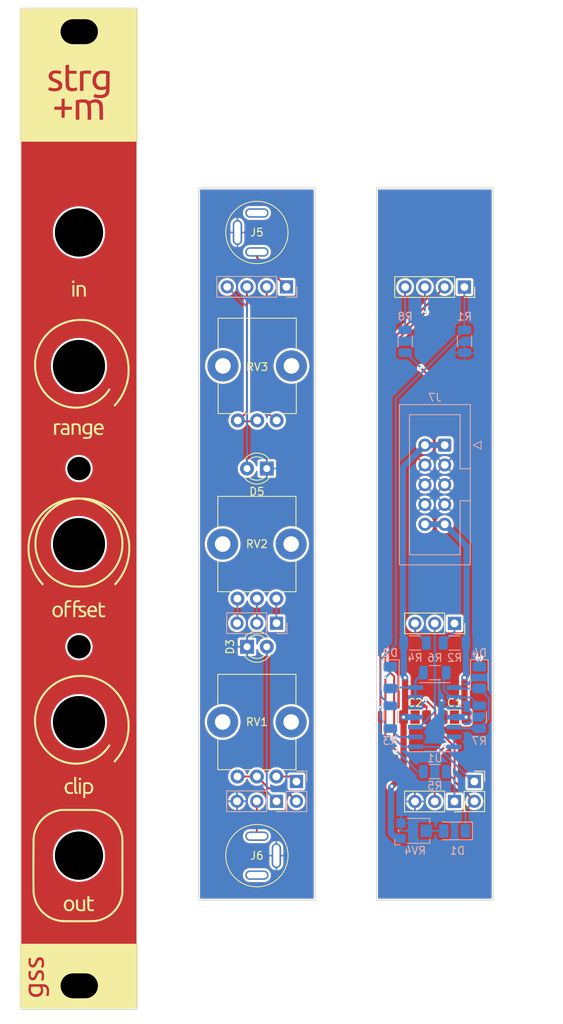
<source format=kicad_pcb>
(kicad_pcb (version 20211014) (generator pcbnew)
  (layers (0 "F.Cu" signal) (31 "B.Cu" signal) (34 "B.Paste" user) (35 "F.Paste" user) (36 "B.SilkS" user "B.Silkscreen") (37 "F.SilkS" user "F.Silkscreen") (38 "B.Mask" user) (39 "F.Mask" user) (44 "Edge.Cuts" user))
  (net 0 "")
  (net 1 "GND")
  (net 2 "+12V")
  (net 3 "-12V")
  (net 4 "/ctrl+m main pcb/clip_right")
  (net 5 "Net-(D1-Pad2)")
  (net 6 "Net-(D2-Pad1)")
  (net 7 "Net-(D2-Pad2)")
  (net 8 "Net-(D4-Pad1)")
  (net 9 "Net-(D4-Pad2)")
  (net 10 "/ctrl+m interface/range_left")
  (net 11 "/ctrl+m interface/range_right")
  (net 12 "/ctrl+m interface/offset_left")
  (net 13 "/ctrl+m interface/offset_middle")
  (net 14 "/ctrl+m interface/offset_right")
  (net 15 "/ctrl+m interface/cv_in")
  (net 16 "/ctrl+m interface/cv_out")
  (net 17 "/ctrl+m interface/0V")
  (net 18 "/ctrl+m interface/clip_left")
  (net 19 "/ctrl+m interface/clip_right")
  (net 20 "/ctrl+m main pcb/range_left")
  (net 21 "/ctrl+m main pcb/clip_left")
  (net 22 "/ctrl+m main pcb/offset_left")
  (net 23 "/ctrl+m main pcb/offset_middle")
  (net 24 "/ctrl+m main pcb/offset_right")
  (net 25 "/ctrl+m main pcb/cv_in")
  (net 26 "/ctrl+m main pcb/cv_out")
  (net 27 "Net-(R6-Pad2)")
  (net 28 "/ctrl+m interface/neg_halfwave")
  (net 29 "/ctrl+m interface/pos_halfwave")
  (net 30 "/ctrl+m main pcb/pos_halfwave")
  (net 31 "/ctrl+m main pcb/neg_halfwave")
  (footprint "frontpanel:strg+m" (layer "F.Cu") (at -22.867 -61.722)
    (fp_text reference "G***" hide)
    (fp_text value "LOGO" hide)
  )
  (footprint "OS_Drill_Holes:LED_3mm_Drill_Hole_Panel" (layer "F.Cu") (at -22.86 -45.72)
    (fp_text reference "REF**" hide)
    (fp_text value "LED_3mm_Drill_Hole_Panel")
    (pad "" np_thru_hole circle (at 0 1.755) (size 3 3) (drill 3) (layers *.Mask))
  )
  (footprint "OS_Drill_Holes:LED_3mm_Drill_Hole_Panel" (layer "F.Cu") (at -22.86 -68.58)
    (fp_text reference "REF**" hide)
    (fp_text value "LED_3mm_Drill_Hole_Panel")
    (pad "" np_thru_hole circle (at 0 1.735) (size 3 3) (drill 3) (layers *.Mask))
  )
  (footprint "OS_Drill_Holes:RK097_Drill_Hole_Panel" (layer "F.Cu") (at -22.86 -57.15)
    (fp_text reference "REF**" hide)
    (fp_text value "RK097_Drill_Hole_Panel")
    (pad "" np_thru_hole circle (at 0 0) (size 6.7 6.7) (drill 6.7) (layers *.Mask))
  )
  (footprint "OS_Front_Panels:3HP_Front_Panel" (layer "F.Cu") (at -30.3276 -125.9332)
    (fp_text reference "REF**" hide)
    (fp_text value "3HP_Front_Panel")
    (fp_rect (start 0 0) (end 14.9 128.5) (layer "Edge.Cuts") (width 0.12) (fill none))
    (pad "" np_thru_hole oval (at 7.5 125.5) (size 4.8 3.2) (drill oval 4.8 3.2) (layers *.Mask))
    (pad "" np_thru_hole oval (at 7.5 3) (size 4.8 3.2) (drill oval 4.8 3.2) (layers *.Mask))
  )
  (footprint "LED_THT:LED_D3.0mm" (layer "F.Cu") (at 1.27 -66.845 180)
    (fp_text reference "D5" (at 1.27 -2.96) (layer "F.SilkS"))
    (fp_text value "LED")
    (pad "1" thru_hole rect (at 0 0 180) (size 1.8 1.8) (drill 0.9) (layers *.Cu *.Mask) (net 17 "/ctrl+m interface/0V"))
    (pad "2" thru_hole circle (at 2.54 0 180) (size 1.8 1.8) (drill 0.9) (layers *.Cu *.Mask) (net 29 "/ctrl+m interface/pos_halfwave"))
  )
  (footprint "component-library:PJ-392" (layer "F.Cu") (at 0 -17.145 -90)
    (fp_text reference "J6" (at 0 0 unlocked) (layer "F.SilkS"))
    (fp_text value "AudioJack2")
    (pad "R" thru_hole oval (at 2.5 0 270) (size 1.2 3) (drill oval 0.8 2.6) (layers *.Cu *.Mask))
    (pad "S" thru_hole oval (at 0 -2.5 270) (size 3.2 1.2) (drill oval 2.8 0.8) (layers *.Cu *.Mask) (net 17 "/ctrl+m interface/0V"))
    (pad "T" thru_hole oval (at -2.5 0 270) (size 1.2 3) (drill oval 0.8 2.6) (layers *.Cu *.Mask) (net 16 "/ctrl+m interface/cv_out"))
  )
  (footprint "Connector_PinSocket_2.54mm:PinSocket_1x04_P2.54mm_Vertical" (layer "F.Cu") (at 26.66 -90.145 -90)
    (fp_text reference "J8" hide)
    (fp_text value "Conn_01x04_Male")
    (pad "1" thru_hole rect (at 0 0 270) (size 1.7 1.7) (drill 1) (layers *.Cu *.Mask) (net 25 "/ctrl+m main pcb/cv_in"))
    (pad "2" thru_hole oval (at 0 2.54 270) (size 1.7 1.7) (drill 1) (layers *.Cu *.Mask) (net 20 "/ctrl+m main pcb/range_left"))
    (pad "3" thru_hole oval (at 0 5.08 270) (size 1.7 1.7) (drill 1) (layers *.Cu *.Mask) (net 21 "/ctrl+m main pcb/clip_left"))
    (pad "4" thru_hole oval (at 0 7.62 270) (size 1.7 1.7) (drill 1) (layers *.Cu *.Mask) (net 30 "/ctrl+m main pcb/pos_halfwave"))
  )
  (footprint "OS_Drill_Holes:PJ392_Drill_Hole_Panel" (layer "F.Cu") (at -22.86 -17.145)
    (fp_text reference "REF**" hide)
    (fp_text value "PJ392_Drill_Hole_Panel")
    (pad "" np_thru_hole circle (at 0 0) (size 6.2 6.2) (drill 6.2) (layers *.Mask))
  )
  (footprint "Potentiometer_THT:Potentiometer_Alps_RK09K_Single_Vertical" (layer "F.Cu") (at 2.54 -73.025 90)
    (fp_text reference "RV3" (at 6.858 -2.5 180) (layer "F.SilkS"))
    (fp_text value "100k")
    (pad "" np_thru_hole circle (at 7 1.9 90) (size 4 4) (drill 2) (layers *.Cu *.Mask))
    (pad "" np_thru_hole circle (at 7 -6.9 90) (size 4 4) (drill 2) (layers *.Cu *.Mask))
    (pad "1" thru_hole circle (at 0 0 90) (size 1.8 1.8) (drill 1) (layers *.Cu *.Mask) (net 10 "/ctrl+m interface/range_left"))
    (pad "2" thru_hole circle (at 0 -2.5 90) (size 1.8 1.8) (drill 1) (layers *.Cu *.Mask) (net 11 "/ctrl+m interface/range_right"))
    (pad "3" thru_hole circle (at 0 -5 90) (size 1.8 1.8) (drill 1) (layers *.Cu *.Mask) (net 11 "/ctrl+m interface/range_right"))
  )
  (footprint "Capacitor_SMD:C_1206_3216Metric" (layer "F.Cu") (at 20.32 -34.925)
    (fp_text reference "C2" (at 0 -1.85) (layer "F.SilkS"))
    (fp_text value "100n")
    (pad "1" smd roundrect (at -1.475 0) (size 1.15 1.8) (layers "F.Cu" "F.Paste" "F.Mask") (roundrect_rratio 0.217391) (net 3 "-12V"))
    (pad "2" smd roundrect (at 1.475 0) (size 1.15 1.8) (layers "F.Cu" "F.Paste" "F.Mask") (roundrect_rratio 0.217391) (net 1 "GND"))
  )
  (footprint "Potentiometer_THT:Potentiometer_Alps_RK09K_Single_Vertical" (layer "F.Cu") (at 2.5 -50.15 90)
    (fp_text reference "RV2" (at 7 -2.5 180) (layer "F.SilkS"))
    (fp_text value "100k")
    (pad "" np_thru_hole circle (at 7 -6.9 90) (size 4 4) (drill 2) (layers *.Cu *.Mask))
    (pad "" np_thru_hole circle (at 7 1.9 90) (size 4 4) (drill 2) (layers *.Cu *.Mask))
    (pad "1" thru_hole circle (at 0 0 90) (size 1.8 1.8) (drill 1) (layers *.Cu *.Mask) (net 12 "/ctrl+m interface/offset_left"))
    (pad "2" thru_hole circle (at 0 -2.5 90) (size 1.8 1.8) (drill 1) (layers *.Cu *.Mask) (net 13 "/ctrl+m interface/offset_middle"))
    (pad "3" thru_hole circle (at 0 -5 90) (size 1.8 1.8) (drill 1) (layers *.Cu *.Mask) (net 14 "/ctrl+m interface/offset_right"))
  )
  (footprint "Potentiometer_THT:Potentiometer_Alps_RK09K_Single_Vertical" (layer "F.Cu") (at 2.5 -27.305 90)
    (fp_text reference "RV1" (at 7 -2.5) (layer "F.SilkS"))
    (fp_text value "100k")
    (pad "" np_thru_hole circle (at 7 -6.9 90) (size 4 4) (drill 2) (layers *.Cu *.Mask))
    (pad "" np_thru_hole circle (at 7 1.9 90) (size 4 4) (drill 2) (layers *.Cu *.Mask))
    (pad "1" thru_hole circle (at 0 0 90) (size 1.8 1.8) (drill 1) (layers *.Cu *.Mask) (net 18 "/ctrl+m interface/clip_left"))
    (pad "2" thru_hole circle (at 0 -2.5 90) (size 1.8 1.8) (drill 1) (layers *.Cu *.Mask) (net 19 "/ctrl+m interface/clip_right"))
    (pad "3" thru_hole circle (at 0 -5 90) (size 1.8 1.8) (drill 1) (layers *.Cu *.Mask) (net 19 "/ctrl+m interface/clip_right"))
  )
  (footprint "Connector_PinSocket_2.54mm:PinSocket_1x02_P2.54mm_Vertical" (layer "F.Cu") (at 27.94 -26.67)
    (fp_text reference "J11" hide)
    (fp_text value "Conn_01x02_Male")
    (pad "1" thru_hole rect (at 0 0) (size 1.7 1.7) (drill 1) (layers *.Cu *.Mask) (net 21 "/ctrl+m main pcb/clip_left"))
    (pad "2" thru_hole oval (at 0 2.54) (size 1.7 1.7) (drill 1) (layers *.Cu *.Mask) (net 4 "/ctrl+m main pcb/clip_right"))
  )
  (footprint "component-library:PJ-392" (layer "F.Cu") (at 0 -97.155 90)
    (fp_text reference "J5" (at 0 0 unlocked) (layer "F.SilkS"))
    (fp_text value "AudioJack2")
    (pad "R" thru_hole oval (at 2.5 0 90) (size 1.2 3) (drill oval 0.8 2.6) (layers *.Cu *.Mask))
    (pad "S" thru_hole oval (at 0 -2.5 90) (size 3.2 1.2) (drill oval 2.8 0.8) (layers *.Cu *.Mask) (net 17 "/ctrl+m interface/0V"))
    (pad "T" thru_hole oval (at -2.5 0 90) (size 1.2 3) (drill oval 0.8 2.6) (layers *.Cu *.Mask) (net 15 "/ctrl+m interface/cv_in"))
  )
  (footprint "OS_Drill_Holes:RK097_Drill_Hole_Panel" (layer "F.Cu") (at -22.86 -34.29)
    (fp_text reference "REF**" hide)
    (fp_text value "RK097_Drill_Hole_Panel")
    (pad "" np_thru_hole circle (at 0 0) (size 6.7 6.7) (drill 6.7) (layers *.Mask))
  )
  (footprint "OS_Drill_Holes:PJ392_Drill_Hole_Panel" (layer "F.Cu") (at -22.86 -97.155)
    (fp_text reference "REF**" hide)
    (fp_text value "PJ392_Drill_Hole_Panel")
    (pad "" np_thru_hole circle (at 0 0) (size 6.2 6.2) (drill 6.2) (layers *.Mask))
  )
  (footprint "Capacitor_SMD:C_1206_3216Metric" (layer "F.Cu") (at 25.4 -34.925)
    (fp_text reference "C1" (at 0 -1.85) (layer "F.SilkS"))
    (fp_text value "100n")
    (pad "1" smd roundrect (at -1.475 0) (size 1.15 1.8) (layers "F.Cu" "F.Paste" "F.Mask") (roundrect_rratio 0.217391) (net 1 "GND"))
    (pad "2" smd roundrect (at 1.475 0) (size 1.15 1.8) (layers "F.Cu" "F.Paste" "F.Mask") (roundrect_rratio 0.217391) (net 2 "+12V"))
  )
  (footprint "LED_THT:LED_D3.0mm" (layer "F.Cu") (at -1.27 -43.965)
    (fp_text reference "D3" (at -2.1794 0.0052 90) (layer "F.SilkS"))
    (fp_text value "LED")
    (pad "1" thru_hole rect (at 0 0) (size 1.8 1.8) (drill 0.9) (layers *.Cu *.Mask) (net 17 "/ctrl+m interface/0V"))
    (pad "2" thru_hole circle (at 2.54 0) (size 1.8 1.8) (drill 0.9) (layers *.Cu *.Mask) (net 28 "/ctrl+m interface/neg_halfwave"))
  )
  (footprint "OS_Drill_Holes:RK097_Drill_Hole_Panel" (layer "F.Cu") (at -22.86 -80.01)
    (fp_text reference "REF**" hide)
    (fp_text value "RK097_Drill_Hole_Panel")
    (pad "" np_thru_hole circle (at 0 0) (size 6.7 6.7) (drill 6.7) (layers *.Mask))
  )
  (footprint "Connector_PinSocket_2.54mm:PinSocket_1x03_P2.54mm_Vertical" (layer "F.Cu") (at 25.385 -24.105 -90)
    (fp_text reference "J10" hide)
    (fp_text value "Conn_01x03_Male")
    (pad "1" thru_hole rect (at 0 0 270) (size 1.7 1.7) (drill 1) (layers *.Cu *.Mask) (net 31 "/ctrl+m main pcb/neg_halfwave"))
    (pad "2" thru_hole oval (at 0 2.54 270) (size 1.7 1.7) (drill 1) (layers *.Cu *.Mask) (net 26 "/ctrl+m main pcb/cv_out"))
    (pad "3" thru_hole oval (at 0 5.08 270) (size 1.7 1.7) (drill 1) (layers *.Cu *.Mask) (net 1 "GND"))
  )
  (footprint "Connector_PinSocket_2.54mm:PinSocket_1x03_P2.54mm_Vertical" (layer "F.Cu") (at 25.385 -46.965 -90)
    (fp_text reference "J9" hide)
    (fp_text value "Conn_01x03_Male")
    (pad "1" thru_hole rect (at 0 0 270) (size 1.7 1.7) (drill 1) (layers *.Cu *.Mask) (net 22 "/ctrl+m main pcb/offset_left"))
    (pad "2" thru_hole oval (at 0 2.54 270) (size 1.7 1.7) (drill 1) (layers *.Cu *.Mask) (net 23 "/ctrl+m main pcb/offset_middle"))
    (pad "3" thru_hole oval (at 0 5.08 270) (size 1.7 1.7) (drill 1) (layers *.Cu *.Mask) (net 24 "/ctrl+m main pcb/offset_right"))
  )
  (footprint "Resistor_SMD:R_1206_3216Metric" (layer "B.Cu") (at 25.4 -44.45 180)
    (fp_text reference "R2" (at 0 -1.905) (layer "B.SilkS") (effects (justify mirror)))
    (fp_text value "68k")
    (pad "1" smd roundrect (at -1.4625 0 180) (size 1.125 1.75) (layers "B.Cu" "B.Paste" "B.Mask") (roundrect_rratio 0.222222) (net 2 "+12V"))
    (pad "2" smd roundrect (at 1.4625 0 180) (size 1.125 1.75) (layers "B.Cu" "B.Paste" "B.Mask") (roundrect_rratio 0.222222) (net 22 "/ctrl+m main pcb/offset_left"))
  )
  (footprint "Diode_SMD:D_1206_3216Metric" (layer "B.Cu") (at 17.145 -40.005 -90)
    (fp_text reference "D2" (at -3.175 0 180) (layer "B.SilkS") (effects (justify mirror)))
    (fp_text value "1N4148")
    (pad "1" smd roundrect (at -1.4 0 270) (size 1.25 1.75) (layers "B.Cu" "B.Paste" "B.Mask") (roundrect_rratio 0.2) (net 6 "Net-(D2-Pad1)"))
    (pad "2" smd roundrect (at 1.4 0 270) (size 1.25 1.75) (layers "B.Cu" "B.Paste" "B.Mask") (roundrect_rratio 0.2) (net 7 "Net-(D2-Pad2)"))
  )
  (footprint "Diode_SMD:D_1206_3216Metric" (layer "B.Cu") (at 28.575 -40.005 -90)
    (fp_text reference "D4" (at -3.175 0 180) (layer "B.SilkS") (effects (justify mirror)))
    (fp_text value "1N4148")
    (pad "1" smd roundrect (at -1.4 0 270) (size 1.25 1.75) (layers "B.Cu" "B.Paste" "B.Mask") (roundrect_rratio 0.2) (net 8 "Net-(D4-Pad1)"))
    (pad "2" smd roundrect (at 1.4 0 270) (size 1.25 1.75) (layers "B.Cu" "B.Paste" "B.Mask") (roundrect_rratio 0.2) (net 9 "Net-(D4-Pad2)"))
  )
  (footprint "Resistor_SMD:R_1206_3216Metric" (layer "B.Cu") (at 22.86 -27.94)
    (fp_text reference "R5" (at 0 1.82) (layer "B.SilkS") (effects (justify mirror)))
    (fp_text value "10k")
    (pad "1" smd roundrect (at -1.4625 0) (size 1.125 1.75) (layers "B.Cu" "B.Paste" "B.Mask") (roundrect_rratio 0.222222) (net 6 "Net-(D2-Pad1)"))
    (pad "2" smd roundrect (at 1.4625 0) (size 1.125 1.75) (layers "B.Cu" "B.Paste" "B.Mask") (roundrect_rratio 0.222222) (net 31 "/ctrl+m main pcb/neg_halfwave"))
  )
  (footprint "Connector_PinHeader_2.54mm:PinHeader_1x04_P2.54mm_Vertical" (layer "B.Cu") (at 3.8 -90.17 90)
    (fp_text reference "J1" hide)
    (fp_text value "Conn_01x04_Female")
    (pad "1" thru_hole rect (at 0 0 90) (size 1.7 1.7) (drill 1) (layers *.Cu *.Mask) (net 15 "/ctrl+m interface/cv_in"))
    (pad "2" thru_hole oval (at 0 -2.54 90) (size 1.7 1.7) (drill 1) (layers *.Cu *.Mask) (net 10 "/ctrl+m interface/range_left"))
    (pad "3" thru_hole oval (at 0 -5.08 90) (size 1.7 1.7) (drill 1) (layers *.Cu *.Mask) (net 11 "/ctrl+m interface/range_right"))
    (pad "4" thru_hole oval (at 0 -7.62 90) (size 1.7 1.7) (drill 1) (layers *.Cu *.Mask) (net 29 "/ctrl+m interface/pos_halfwave"))
  )
  (footprint "Connector_IDC:IDC-Header_2x05_P2.54mm_Vertical" (layer "B.Cu") (at 24.13 -69.85 180)
    (fp_text reference "J7" (at 1.27 6.1) (layer "B.SilkS") (effects (justify mirror)))
    (fp_text value "Conn_02x05_Odd_Even")
    (pad "1" thru_hole roundrect (at 0 0 180) (size 1.7 1.7) (drill 1) (layers *.Cu *.Mask) (roundrect_rratio 0.147059) (net 3 "-12V"))
    (pad "2" thru_hole circle (at 2.54 0 180) (size 1.7 1.7) (drill 1) (layers *.Cu *.Mask) (net 3 "-12V"))
    (pad "3" thru_hole circle (at 0 -2.54 180) (size 1.7 1.7) (drill 1) (layers *.Cu *.Mask) (net 1 "GND"))
    (pad "4" thru_hole circle (at 2.54 -2.54 180) (size 1.7 1.7) (drill 1) (layers *.Cu *.Mask) (net 1 "GND"))
    (pad "5" thru_hole circle (at 0 -5.08 180) (size 1.7 1.7) (drill 1) (layers *.Cu *.Mask) (net 1 "GND"))
    (pad "6" thru_hole circle (at 2.54 -5.08 180) (size 1.7 1.7) (drill 1) (layers *.Cu *.Mask) (net 1 "GND"))
    (pad "7" thru_hole circle (at 0 -7.62 180) (size 1.7 1.7) (drill 1) (layers *.Cu *.Mask) (net 1 "GND"))
    (pad "8" thru_hole circle (at 2.54 -7.62 180) (size 1.7 1.7) (drill 1) (layers *.Cu *.Mask) (net 1 "GND"))
    (pad "9" thru_hole circle (at 0 -10.16 180) (size 1.7 1.7) (drill 1) (layers *.Cu *.Mask) (net 2 "+12V"))
    (pad "10" thru_hole circle (at 2.54 -10.16 180) (size 1.7 1.7) (drill 1) (layers *.Cu *.Mask) (net 2 "+12V"))
  )
  (footprint "Diode_SMD:D_1206_3216Metric" (layer "B.Cu") (at 25.4 -20.32 180)
    (fp_text reference "D1" (at -0.3425 -2.54) (layer "B.SilkS") (effects (justify mirror)))
    (fp_text value "12V")
    (pad "1" smd roundrect (at -1.4 0 180) (size 1.25 1.75) (layers "B.Cu" "B.Paste" "B.Mask") (roundrect_rratio 0.2) (net 4 "/ctrl+m main pcb/clip_right"))
    (pad "2" smd roundrect (at 1.4 0 180) (size 1.25 1.75) (layers "B.Cu" "B.Paste" "B.Mask") (roundrect_rratio 0.2) (net 5 "Net-(D1-Pad2)"))
  )
  (footprint "Potentiometer_SMD:Potentiometer_Bourns_TC33X_Vertical" (layer "B.Cu") (at 20.32 -20.33226)
    (fp_text reference "RV4" (at 0 2.55226 180) (layer "B.SilkS") (effects (justify mirror)))
    (fp_text value "10k")
    (pad "1" smd rect (at -1.8 1) (size 1.2 1.2) (layers "B.Cu" "B.Paste" "B.Mask") (net 3 "-12V"))
    (pad "2" smd rect (at 1.45 0) (size 1.5 1.6) (layers "B.Cu" "B.Paste" "B.Mask") (net 5 "Net-(D1-Pad2)"))
    (pad "3" smd rect (at -1.8 -1) (size 1.2 1.2) (layers "B.Cu" "B.Paste" "B.Mask") (net 1 "GND"))
  )
  (footprint "Connector_PinHeader_2.54mm:PinHeader_1x02_P2.54mm_Vertical" (layer "B.Cu") (at 5.08 -26.67 180)
    (fp_text reference "J4" hide)
    (fp_text value "Conn_01x02_Female")
    (pad "1" thru_hole rect (at 0 0 180) (size 1.7 1.7) (drill 1) (layers *.Cu *.Mask) (net 18 "/ctrl+m interface/clip_left"))
    (pad "2" thru_hole oval (at 0 -2.54 180) (size 1.7 1.7) (drill 1) (layers *.Cu *.Mask) (net 19 "/ctrl+m interface/clip_right"))
  )
  (footprint "Resistor_SMD:R_1206_3216Metric" (layer "B.Cu") (at 26.67 -83.185 -90)
    (fp_text reference "R1" (at -3.175 0 180) (layer "B.SilkS") (effects (justify mirror)))
    (fp_text value "1Meg")
    (pad "1" smd roundrect (at -1.4625 0 270) (size 1.125 1.75) (layers "B.Cu" "B.Paste" "B.Mask") (roundrect_rratio 0.222222) (net 25 "/ctrl+m main pcb/cv_in"))
    (pad "2" smd roundrect (at 1.4625 0 270) (size 1.125 1.75) (layers "B.Cu" "B.Paste" "B.Mask") (roundrect_rratio 0.222222) (net 1 "GND"))
  )
  (footprint "Resistor_SMD:R_1206_3216Metric" (layer "B.Cu") (at 22.86 -40.64)
    (fp_text reference "R6" (at 0 -1.905) (layer "B.SilkS") (effects (justify mirror)))
    (fp_text value "47k")
    (pad "1" smd roundrect (at -1.4625 0) (size 1.125 1.75) (layers "B.Cu" "B.Paste" "B.Mask") (roundrect_rratio 0.222222) (net 7 "Net-(D2-Pad2)"))
    (pad "2" smd roundrect (at 1.4625 0) (size 1.125 1.75) (layers "B.Cu" "B.Paste" "B.Mask") (roundrect_rratio 0.222222) (net 27 "Net-(R6-Pad2)"))
  )
  (footprint "Connector_PinHeader_2.54mm:PinHeader_1x03_P2.54mm_Vertical" (layer "B.Cu") (at 2.525 -24.13 90)
    (fp_text reference "J3" hide)
    (fp_text value "Conn_01x03_Female")
    (pad "1" thru_hole rect (at 0 0 90) (size 1.7 1.7) (drill 1) (layers *.Cu *.Mask) (net 28 "/ctrl+m interface/neg_halfwave"))
    (pad "2" thru_hole oval (at 0 -2.54 90) (size 1.7 1.7) (drill 1) (layers *.Cu *.Mask) (net 16 "/ctrl+m interface/cv_out"))
    (pad "3" thru_hole oval (at 0 -5.08 90) (size 1.7 1.7) (drill 1) (layers *.Cu *.Mask) (net 17 "/ctrl+m interface/0V"))
  )
  (footprint "Resistor_SMD:R_1206_3216Metric" (layer "B.Cu") (at 19.05 -83.185 90)
    (fp_text reference "R8" (at 3.175 0 180) (layer "B.SilkS") (effects (justify mirror)))
    (fp_text value "10k")
    (pad "1" smd roundrect (at -1.4625 0 90) (size 1.125 1.75) (layers "B.Cu" "B.Paste" "B.Mask") (roundrect_rratio 0.222222) (net 8 "Net-(D4-Pad1)"))
    (pad "2" smd roundrect (at 1.4625 0 90) (size 1.125 1.75) (layers "B.Cu" "B.Paste" "B.Mask") (roundrect_rratio 0.222222) (net 30 "/ctrl+m main pcb/pos_halfwave"))
  )
  (footprint "Package_SO:SOIC-14_3.9x8.7mm_P1.27mm" (layer "B.Cu") (at 22.86 -34.925)
    (fp_text reference "U1" (at 0 5.28) (layer "B.SilkS") (effects (justify mirror)))
    (fp_text value "LM324")
    (pad "1" smd roundrect (at -2.475 3.81) (size 1.95 0.6) (layers "B.Cu" "B.Paste" "B.Mask") (net 21 "/ctrl+m main pcb/clip_left"))
    (pad "2" smd roundrect (at -2.475 2.54) (size 1.95 0.6) (layers "B.Cu" "B.Paste" "B.Mask") (net 20 "/ctrl+m main pcb/range_left"))
    (pad "3" smd roundrect (at -2.475 1.27) (size 1.95 0.6) (layers "B.Cu" "B.Paste" "B.Mask") (net 23 "/ctrl+m main pcb/offset_middle"))
    (pad "4" smd roundrect (at -2.475 0) (size 1.95 0.6) (layers "B.Cu" "B.Paste" "B.Mask") (net 3 "-12V"))
    (pad "5" smd roundrect (at -2.475 -1.27) (size 1.95 0.6) (layers "B.Cu" "B.Paste" "B.Mask") (net 4 "/ctrl+m main pcb/clip_right"))
    (pad "6" smd roundrect (at -2.475 -2.54) (size 1.95 0.6) (layers "B.Cu" "B.Paste" "B.Mask") (net 7 "Net-(D2-Pad2)"))
    (pad "7" smd roundrect (at -2.475 -3.81) (size 1.95 0.6) (layers "B.Cu" "B.Paste" "B.Mask") (net 7 "Net-(D2-Pad2)"))
    (pad "8" smd roundrect (at 2.475 -3.81) (size 1.95 0.6) (layers "B.Cu" "B.Paste" "B.Mask") (net 9 "Net-(D4-Pad2)"))
    (pad "9" smd roundrect (at 2.475 -2.54) (size 1.95 0.6) (layers "B.Cu" "B.Paste" "B.Mask") (net 27 "Net-(R6-Pad2)"))
    (pad "10" smd roundrect (at 2.475 -1.27) (size 1.95 0.6) (layers "B.Cu" "B.Paste" "B.Mask") (net 1 "GND"))
    (pad "11" smd roundrect (at 2.475 0) (size 1.95 0.6) (layers "B.Cu" "B.Paste" "B.Mask") (net 2 "+12V"))
    (pad "12" smd roundrect (at 2.475 1.27) (size 1.95 0.6) (layers "B.Cu" "B.Paste" "B.Mask") (net 9 "Net-(D4-Pad2)"))
    (pad "13" smd roundrect (at 2.475 2.54) (size 1.95 0.6) (layers "B.Cu" "B.Paste" "B.Mask") (net 26 "/ctrl+m main pcb/cv_out"))
    (pad "14" smd roundrect (at 2.475 3.81) (size 1.95 0.6) (layers "B.Cu" "B.Paste" "B.Mask") (net 26 "/ctrl+m main pcb/cv_out"))
  )
  (footprint "Resistor_SMD:R_1206_3216Metric" (layer "B.Cu") (at 17.145 -34.925 -90)
    (fp_text reference "R3" (at 3.048 0 180) (layer "B.SilkS") (effects (justify mirror)))
    (fp_text value "47k")
    (pad "1" smd roundrect (at -1.4625 0 270) (size 1.125 1.75) (layers "B.Cu" "B.Paste" "B.Mask") (roundrect_rratio 0.222222) (net 25 "/ctrl+m main pcb/cv_in"))
    (pad "2" smd roundrect (at 1.4625 0 270) (size 1.125 1.75) (layers "B.Cu" "B.Paste" "B.Mask") (roundrect_rratio 0.222222) (net 20 "/ctrl+m main pcb/range_left"))
  )
  (footprint "Connector_PinHeader_2.54mm:PinHeader_1x03_P2.54mm_Vertical" (layer "B.Cu") (at 2.525 -46.99 90)
    (fp_text reference "J2" hide)
    (fp_text value "Conn_01x03_Female")
    (pad "1" thru_hole rect (at 0 0 90) (size 1.7 1.7) (drill 1) (layers *.Cu *.Mask) (net 12 "/ctrl+m interface/offset_left"))
    (pad "2" thru_hole oval (at 0 -2.54 90) (size 1.7 1.7) (drill 1) (layers *.Cu *.Mask) (net 13 "/ctrl+m interface/offset_middle"))
    (pad "3" thru_hole oval (at 0 -5.08 90) (size 1.7 1.7) (drill 1) (layers *.Cu *.Mask) (net 14 "/ctrl+m interface/offset_right"))
  )
  (footprint "Resistor_SMD:R_1206_3216Metric" (layer "B.Cu") (at 28.575 -34.925 -90)
    (fp_text reference "R7" (at 3.048 0 180) (layer "B.SilkS") (effects (justify mirror)))
    (fp_text value "47k")
    (pad "1" smd roundrect (at -1.4625 0 270) (size 1.125 1.75) (layers "B.Cu" "B.Paste" "B.Mask") (roundrect_rratio 0.222222) (net 27 "Net-(R6-Pad2)"))
    (pad "2" smd roundrect (at 1.4625 0 270) (size 1.125 1.75) (layers "B.Cu" "B.Paste" "B.Mask") (roundrect_rratio 0.222222) (net 9 "Net-(D4-Pad2)"))
  )
  (footprint "Resistor_SMD:R_1206_3216Metric" (layer "B.Cu") (at 20.32 -44.45 180)
    (fp_text reference "R4" (at 0 -1.905) (layer "B.SilkS") (effects (justify mirror)))
    (fp_text value "68k")
    (pad "1" smd roundrect (at -1.4625 0 180) (size 1.125 1.75) (layers "B.Cu" "B.Paste" "B.Mask") (roundrect_rratio 0.222222) (net 24 "/ctrl+m main pcb/offset_right"))
    (pad "2" smd roundrect (at 1.4625 0 180) (size 1.125 1.75) (layers "B.Cu" "B.Paste" "B.Mask") (roundrect_rratio 0.222222) (net 3 "-12V"))
  )
  (gr_line (start 30.36 -102.87) (end 15.36 -102.87) (layer "Edge.Cuts") (width 0.1))
  (gr_line (start -7.5 -102.87) (end -7.5 -11.43) (layer "Edge.Cuts") (width 0.1))
  (gr_line (start 15.36 -11.43) (end 30.36 -11.43) (layer "Edge.Cuts") (width 0.1))
  (gr_line (start 7.5 -102.87) (end -7.5 -102.87) (layer "Edge.Cuts") (width 0.1))
  (gr_line (start 30.36 -11.43) (end 30.36 -102.87) (layer "Edge.Cuts") (width 0.1))
  (gr_line (start 7.5 -11.43) (end 7.5 -102.87) (layer "Edge.Cuts") (width 0.1))
  (gr_line (start -7.5 -11.43) (end 7.5 -11.43) (layer "Edge.Cuts") (width 0.1))
  (gr_line (start 15.36 -102.87) (end 15.36 -11.43) (layer "Edge.Cuts") (width 0.1))
  (via (at 23.749 -37.084) (size 0.4) (drill 0.3) (layers "F.Cu" "B.Cu") (net 1))
  (segment (start 26.67 -40.005) (end 26.67 -35.13) (width 0.8) (layer "F.Cu") (net 2))
  (segment (start 26.67 -35.13) (end 26.875 -34.925) (width 0.8) (layer "F.Cu") (net 2))
  (via (at 26.67 -40.005) (size 0.8) (drill 0.4) (layers "F.Cu" "B.Cu") (net 2))
  (via (at 26.875 -34.925) (size 0.8) (drill 0.4) (layers "F.Cu" "B.Cu") (net 2))
  (segment (start 26.8625 -44.45) (end 26.8625 -40.1975) (width 0.8) (layer "B.Cu") (net 2))
  (segment (start 26.934511 -44.522011) (end 26.8625 -44.45) (width 0.8) (layer "B.Cu") (net 2))
  (segment (start 24.13 -59.69) (end 26.934511 -56.885489) (width 0.8) (layer "B.Cu") (net 2))
  (segment (start 26.8625 -40.1975) (end 26.67 -40.005) (width 0.8) (layer "B.Cu") (net 2))
  (segment (start 25.335 -34.925) (end 26.875 -34.925) (width 0.8) (layer "B.Cu") (net 2))
  (segment (start 21.59 -59.69) (end 24.13 -59.69) (width 0.8) (layer "B.Cu") (net 2))
  (segment (start 26.949511 -44.537011) (end 26.8625 -44.45) (width 0.8) (layer "B.Cu") (net 2))
  (segment (start 26.934511 -56.885489) (end 26.934511 -44.522011) (width 0.8) (layer "B.Cu") (net 2))
  (segment (start 18.845 -34.925) (end 18.845 -27.54548) (width 0.8) (layer "F.Cu") (net 3))
  (segment (start 19.05 -40.005) (end 19.05 -35.13) (width 0.8) (layer "F.Cu") (net 3))
  (segment (start 19.05 -35.13) (end 18.845 -34.925) (width 0.8) (layer "F.Cu") (net 3))
  (segment (start 18.845 -27.54548) (end 17.33452 -26.035) (width 0.8) (layer "F.Cu") (net 3))
  (via (at 17.33452 -26.035) (size 0.8) (drill 0.4) (layers "F.Cu" "B.Cu") (net 3))
  (via (at 19.05 -40.005) (size 0.8) (drill 0.4) (layers "F.Cu" "B.Cu") (net 3))
  (via (at 18.845 -34.925) (size 0.8) (drill 0.4) (layers "F.Cu" "B.Cu") (net 3))
  (segment (start 17.920978 -19.33226) (end 17.220489 -20.032749) (width 0.8) (layer "B.Cu") (net 3))
  (segment (start 18.755489 -44.552011) (end 18.755489 -67.015489) (width 0.8) (layer "B.Cu") (net 3))
  (segment (start 18.8575 -40.1975) (end 19.05 -40.005) (width 0.8) (layer "B.Cu") (net 3))
  (segment (start 18.8575 -44.45) (end 18.8575 -40.1975) (width 0.8) (layer "B.Cu") (net 3))
  (segment (start 20.385 -34.925) (end 18.845 -34.925) (width 0.8) (layer "B.Cu") (net 3))
  (segment (start 18.755489 -67.015489) (end 21.59 -69.85) (width 0.8) (layer "B.Cu") (net 3))
  (segment (start 18.52 -19.33226) (end 17.920978 -19.33226) (width 0.8) (layer "B.Cu") (net 3))
  (segment (start 17.220489 -25.920969) (end 17.33452 -26.035) (width 0.8) (layer "B.Cu") (net 3))
  (segment (start 17.220489 -20.032749) (end 17.220489 -25.920969) (width 0.8) (layer "B.Cu") (net 3))
  (segment (start 24.13 -69.85) (end 21.59 -69.85) (width 0.8) (layer "B.Cu") (net 3))
  (segment (start 18.8575 -44.45) (end 18.755489 -44.552011) (width 0.8) (layer "B.Cu") (net 3))
  (segment (start 25.4 -31.115) (end 25.4 -26.67) (width 0.25) (layer "F.Cu") (net 4))
  (segment (start 21.717673 -37.104716) (end 22.92548 -35.896909) (width 0.25) (layer "F.Cu") (net 4))
  (segment (start 22.92548 -33.58952) (end 25.4 -31.115) (width 0.25) (layer "F.Cu") (net 4))
  (segment (start 22.92548 -35.896909) (end 22.92548 -33.58952) (width 0.25) (layer "F.Cu") (net 4))
  (segment (start 25.4 -26.67) (end 27.94 -24.13) (width 0.25) (layer "F.Cu") (net 4))
  (via (at 21.717673 -37.104716) (size 0.4) (drill 0.3) (layers "F.Cu" "B.Cu") (net 4))
  (segment (start 20.385 -36.195) (end 20.807957 -36.195) (width 0.25) (layer "B.Cu") (net 4))
  (segment (start 26.8 -20.32) (end 26.8 -22.99) (width 0.25) (layer "B.Cu") (net 4))
  (segment (start 20.807957 -36.195) (end 21.717673 -37.104716) (width 0.25) (layer "B.Cu") (net 4))
  (segment (start 26.8 -22.99) (end 27.94 -24.13) (width 0.25) (layer "B.Cu") (net 4))
  (segment (start 21.77 -20.33226) (end 23.98774 -20.33226) (width 0.25) (layer "B.Cu") (net 5))
  (segment (start 23.98774 -20.33226) (end 24 -20.32) (width 0.25) (layer "B.Cu") (net 5))
  (segment (start 16.51 -32.0425) (end 17.9455 -30.607) (width 0.25) (layer "F.Cu") (net 6))
  (segment (start 16.51 -40.005) (end 16.51 -32.0425) (width 0.25) (layer "F.Cu") (net 6))
  (via (at 16.51 -40.005) (size 0.4) (drill 0.3) (layers "F.Cu" "B.Cu") (net 6))
  (via (at 17.9455 -30.607) (size 0.4) (drill 0.3) (layers "F.Cu" "B.Cu") (net 6))
  (segment (start 17.145 -40.64) (end 16.51 -40.005) (width 0.25) (layer "B.Cu") (net 6))
  (segment (start 17.145 -41.405) (end 17.145 -40.64) (width 0.25) (layer "B.Cu") (net 6))
  (segment (start 20.6125 -27.94) (end 21.3975 -27.94) (width 0.25) (layer "B.Cu") (net 6))
  (segment (start 17.9455 -30.607) (end 20.6125 -27.94) (width 0.25) (layer "B.Cu") (net 6))
  (segment (start 17.275 -38.735) (end 17.145 -38.605) (width 0.25) (layer "B.Cu") (net 7))
  (segment (start 20.385 -38.735) (end 20.385 -37.465) (width 0.25) (layer "B.Cu") (net 7))
  (segment (start 20.385 -38.735) (end 20.385 -39.6275) (width 0.25) (layer "B.Cu") (net 7))
  (segment (start 20.385 -38.735) (end 17.275 -38.735) (width 0.25) (layer "B.Cu") (net 7))
  (segment (start 20.385 -39.6275) (end 21.3975 -40.64) (width 0.25) (layer "B.Cu") (net 7))
  (segment (start 21.059372 -79.778628) (end 28.575 -72.263) (width 0.25) (layer "F.Cu") (net 8))
  (segment (start 28.575 -72.263) (end 28.575 -42.545) (width 0.25) (layer "F.Cu") (net 8))
  (via (at 21.059372 -79.778628) (size 0.4) (drill 0.3) (layers "F.Cu" "B.Cu") (net 8))
  (via (at 28.575 -42.545) (size 0.4) (drill 0.3) (layers "F.Cu" "B.Cu") (net 8))
  (segment (start 19.1155 -81.7225) (end 21.059372 -79.778628) (width 0.25) (layer "B.Cu") (net 8))
  (segment (start 19.05 -81.7225) (end 19.1155 -81.7225) (width 0.25) (layer "B.Cu") (net 8))
  (segment (start 28.575 -42.545) (end 28.575 -41.405) (width 0.25) (layer "B.Cu") (net 8))
  (segment (start 28.575 -33.4625) (end 29.77452 -34.66202) (width 0.25) (layer "B.Cu") (net 9))
  (segment (start 28.575 -33.4625) (end 25.5275 -33.4625) (width 0.25) (layer "B.Cu") (net 9))
  (segment (start 25.5275 -33.4625) (end 25.335 -33.655) (width 0.25) (layer "B.Cu") (net 9))
  (segment (start 25.465 -38.605) (end 25.335 -38.735) (width 0.25) (layer "B.Cu") (net 9))
  (segment (start 29.77452 -37.40548) (end 28.575 -38.605) (width 0.25) (layer "B.Cu") (net 9))
  (segment (start 28.575 -38.605) (end 25.465 -38.605) (width 0.25) (layer "B.Cu") (net 9))
  (segment (start 29.77452 -34.66202) (end 29.77452 -37.40548) (width 0.25) (layer "B.Cu") (net 9))
  (segment (start 1.26 -90.17) (end 1.26 -74.138) (width 0.25) (layer "F.Cu") (net 10))
  (segment (start 1.26 -74.138) (end 2.5 -72.898) (width 0.25) (layer "F.Cu") (net 10))
  (segment (start -1.28 -90.17) (end -1.28 -74.118) (width 0.25) (layer "F.Cu") (net 11))
  (segment (start 0 -72.898) (end -2.5 -72.898) (width 0.25) (layer "F.Cu") (net 11))
  (segment (start -1.28 -74.118) (end -2.5 -72.898) (width 0.25) (layer "F.Cu") (net 11))
  (segment (start 2.5 -47.015) (end 2.525 -46.99) (width 0.25) (layer "B.Cu") (net 12))
  (segment (start 2.5 -50.15) (end 2.5 -47.015) (width 0.25) (layer "B.Cu") (net 12))
  (segment (start 0 -47.005) (end -0.015 -46.99) (width 0.25) (layer "B.Cu") (net 13))
  (segment (start 0 -50.15) (end 0 -47.005) (width 0.25) (layer "B.Cu") (net 13))
  (segment (start -2.5 -47.045) (end -2.555 -46.99) (width 0.25) (layer "B.Cu") (net 14))
  (segment (start -2.5 -50.15) (end -2.5 -47.045) (width 0.25) (layer "B.Cu") (net 14))
  (segment (start 0 -93.97) (end 3.8 -90.17) (width 0.25) (layer "F.Cu") (net 15))
  (segment (start 0 -95.13) (end 0 -93.97) (width 0.25) (layer "F.Cu") (net 15))
  (segment (start -0.015 -19.185) (end 0 -19.17) (width 0.25) (layer "F.Cu") (net 16))
  (segment (start -0.015 -24.13) (end -0.015 -19.185) (width 0.25) (layer "F.Cu") (net 16))
  (segment (start 2.5 -27.305) (end 4.445 -27.305) (width 0.25) (layer "F.Cu") (net 18))
  (segment (start 4.445 -27.305) (end 5.08 -26.67) (width 0.25) (layer "F.Cu") (net 18))
  (segment (start 1.524 -25.781) (end 3.429 -25.781) (width 0.25) (layer "F.Cu") (net 19))
  (segment (start 3.429 -25.781) (end 5.08 -24.13) (width 0.25) (layer "F.Cu") (net 19))
  (segment (start 0 -27.305) (end 1.524 -25.781) (width 0.25) (layer "F.Cu") (net 19))
  (segment (start -2.5 -27.305) (end 0 -27.305) (width 0.25) (layer "F.Cu") (net 19))
  (segment (start 15.8705 -36.195) (end 15.8705 -81.8955) (width 0.25) (layer "F.Cu") (net 20))
  (segment (start 15.8705 -81.8955) (end 24.12 -90.145) (width 0.25) (layer "F.Cu") (net 20))
  (via (at 15.8705 -36.195) (size 0.4) (drill 0.3) (layers "F.Cu" "B.Cu") (net 20))
  (segment (start 17.145 -33.4625) (end 15.8705 -34.737) (width 0.25) (layer "B.Cu") (net 20))
  (segment (start 20.385 -32.385) (end 18.2225 -32.385) (width 0.25) (layer "B.Cu") (net 20))
  (segment (start 18.2225 -32.385) (end 17.145 -33.4625) (width 0.25) (layer "B.Cu") (net 20))
  (segment (start 15.8705 -34.737) (end 15.8705 -36.195) (width 0.25) (layer "B.Cu") (net 20))
  (segment (start 17.630372 -40.154628) (end 17.630372 -32.235372) (width 0.25) (layer "F.Cu") (net 21))
  (segment (start 16.51 -81.793244) (end 21.650878 -86.934122) (width 0.25) (layer "F.Cu") (net 21))
  (segment (start 16.51 -41.275) (end 16.51 -81.793244) (width 0.25) (layer "F.Cu") (net 21))
  (segment (start 16.51 -41.275) (end 17.630372 -40.154628) (width 0.25) (layer "F.Cu") (net 21))
  (via (at 21.650878 -86.934122) (size 0.4) (drill 0.3) (layers "F.Cu" "B.Cu") (net 21))
  (via (at 17.630372 -32.235372) (size 0.4) (drill 0.3) (layers "F.Cu" "B.Cu") (net 21))
  (segment (start 17.630372 -32.235372) (end 18.750744 -31.115) (width 0.25) (layer "B.Cu") (net 21))
  (segment (start 21.650878 -86.934122) (end 21.58 -87.005) (width 0.25) (layer "B.Cu") (net 21))
  (segment (start 23.241 -31.115) (end 27.686 -26.67) (width 0.25) (layer "B.Cu") (net 21))
  (segment (start 21.58 -87.005) (end 21.58 -90.145) (width 0.25) (layer "B.Cu") (net 21))
  (segment (start 20.385 -31.115) (end 23.241 -31.115) (width 0.25) (layer "B.Cu") (net 21))
  (segment (start 18.750744 -31.115) (end 20.385 -31.115) (width 0.25) (layer "B.Cu") (net 21))
  (segment (start 27.686 -26.67) (end 27.94 -26.67) (width 0.25) (layer "B.Cu") (net 21))
  (segment (start 25.4 -45.9125) (end 25.4 -46.95) (width 0.25) (layer "B.Cu") (net 22))
  (segment (start 25.4 -46.95) (end 25.385 -46.965) (width 0.25) (layer "B.Cu") (net 22))
  (segment (start 23.9375 -44.45) (end 25.4 -45.9125) (width 0.25) (layer "B.Cu") (net 22))
  (segment (start 20.902493 -33.655) (end 22.86 -35.612507) (width 0.25) (layer "B.Cu") (net 23))
  (segment (start 22.86 -45.122493) (end 22.845 -45.137493) (width 0.25) (layer "B.Cu") (net 23))
  (segment (start 22.845 -45.137493) (end 22.845 -46.965) (width 0.25) (layer "B.Cu") (net 23))
  (segment (start 22.86 -35.612507) (end 22.86 -45.122493) (width 0.25) (layer "B.Cu") (net 23))
  (segment (start 20.385 -33.655) (end 20.902493 -33.655) (width 0.25) (layer "B.Cu") (net 23))
  (segment (start 21.7825 -44.45) (end 20.32 -45.9125) (width 0.25) (layer "B.Cu") (net 24))
  (segment (start 20.32 -45.9125) (end 20.32 -46.95) (width 0.25) (layer "B.Cu") (net 24))
  (segment (start 20.32 -46.95) (end 20.305 -46.965) (width 0.25) (layer "B.Cu") (net 24))
  (segment (start 26.66 -84.6575) (end 26.67 -84.6475) (width 0.25) (layer "B.Cu") (net 25))
  (segment (start 17.145 -36.3875) (end 15.94548 -37.58702) (width 0.25) (layer "B.Cu") (net 25))
  (segment (start 17.85048 -44.26648) (end 17.85048 -75.82798) (width 0.25) (layer "B.Cu") (net 25))
  (segment (start 15.94548 -42.36148) (end 17.85048 -44.26648) (width 0.25) (layer "B.Cu") (net 25))
  (segment (start 17.85048 -75.82798) (end 26.67 -84.6475) (width 0.25) (layer "B.Cu") (net 25))
  (segment (start 26.66 -90.145) (end 26.66 -84.6575) (width 0.25) (layer "B.Cu") (net 25))
  (segment (start 15.94548 -37.58702) (end 15.94548 -42.36148) (width 0.25) (layer "B.Cu") (net 25))
  (segment (start 22.845 -29.83) (end 24.13 -31.115) (width 0.25) (layer "F.Cu") (net 26))
  (segment (start 22.845 -24.105) (end 22.845 -29.83) (width 0.25) (layer "F.Cu") (net 26))
  (via (at 24.13 -31.115) (size 0.4) (drill 0.3) (layers "F.Cu" "B.Cu") (net 26))
  (segment (start 24.13 -31.115) (end 25.335 -31.115) (width 0.25) (layer "B.Cu") (net 26))
  (segment (start 25.335 -32.385) (end 25.335 -31.115) (width 0.25) (layer "B.Cu") (net 26))
  (segment (start 28.575 -36.3875) (end 27.4975 -37.465) (width 0.25) (layer "B.Cu") (net 27))
  (segment (start 24.03548 -38.388448) (end 24.958928 -37.465) (width 0.25) (layer "B.Cu") (net 27))
  (segment (start 24.3225 -40.64) (end 24.03548 -40.35298) (width 0.25) (layer "B.Cu") (net 27))
  (segment (start 27.4975 -37.465) (end 25.335 -37.465) (width 0.25) (layer "B.Cu") (net 27))
  (segment (start 24.03548 -40.35298) (end 24.03548 -38.388448) (width 0.25) (layer "B.Cu") (net 27))
  (segment (start 24.958928 -37.465) (end 25.335 -37.465) (width 0.25) (layer "B.Cu") (net 27))
  (segment (start 1.265 -43.49) (end 1.265 -25.39) (width 0.25) (layer "B.Cu") (net 28))
  (segment (start 1.265 -25.39) (end 2.525 -24.13) (width 0.25) (layer "B.Cu") (net 28))
  (segment (start -3.82 -90.17) (end -1.265 -87.615) (width 0.25) (layer "B.Cu") (net 29))
  (segment (start -1.265 -87.615) (end -1.265 -67.32) (width 0.25) (layer "B.Cu") (net 29))
  (segment (start 19.04 -90.145) (end 19.04 -84.6575) (width 0.25) (layer "B.Cu") (net 30))
  (segment (start 19.04 -84.6575) (end 19.05 -84.6475) (width 0.25) (layer "B.Cu") (net 30))
  (segment (start 25.385 -26.8775) (end 25.385 -24.105) (width 0.25) (layer "B.Cu") (net 31))
  (segment (start 24.3225 -27.94) (end 25.385 -26.8775) (width 0.25) (layer "B.Cu") (net 31))
  (zone (net 0) (net_name "") (layer "F.Cu") (connect_pads (clearance 0)) (min_thickness 0.254) (fill yes (thermal_gap 0.508) (thermal_bridge_width 0.508))
    (polygon (pts (xy -13.97 3.81) (xy -31.75 3.81) (xy -31.75 -127) (xy -13.97 -127)))
  )
  (zone (net 1) (net_name "GND") (layers F&B.Cu) (connect_pads (clearance 0.2)) (min_thickness 0.2) (fill yes (thermal_gap 0.3) (thermal_bridge_width 0.2))
    (polygon (pts (xy 31.75 -7.62) (xy 13.97 -7.62) (xy 13.97 -109.22) (xy 31.75 -109.22)))
  )
  (zone (net 17) (net_name "/ctrl+m interface/0V") (layers F&B.Cu) (connect_pads (clearance 0.2)) (min_thickness 0.2) (fill yes (thermal_gap 0.3) (thermal_bridge_width 0.2))
    (polygon (pts (xy 8.89 -7.62) (xy -8.89 -7.62) (xy -8.89 -109.22) (xy 8.89 -109.22)))
  )
)
</source>
